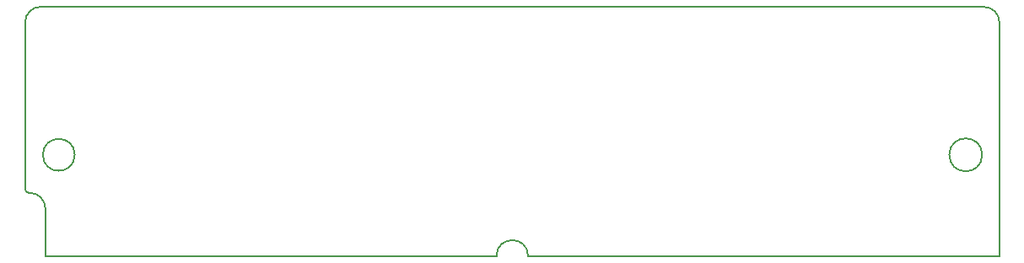
<source format=gm1>
G04 #@! TF.GenerationSoftware,KiCad,Pcbnew,(5.1.5-0-10_14)*
G04 #@! TF.CreationDate,2020-06-04T19:12:27-04:00*
G04 #@! TF.ProjectId,ROMSIMM,524f4d53-494d-44d2-9e6b-696361645f70,rev?*
G04 #@! TF.SameCoordinates,Original*
G04 #@! TF.FileFunction,Profile,NP*
%FSLAX46Y46*%
G04 Gerber Fmt 4.6, Leading zero omitted, Abs format (unit mm)*
G04 Created by KiCad (PCBNEW (5.1.5-0-10_14)) date 2020-06-04 19:12:27*
%MOMM*%
%LPD*%
G04 APERTURE LIST*
%ADD10C,0.150000*%
G04 APERTURE END LIST*
D10*
X72136000Y-121285000D02*
G75*
G02X71755000Y-120904000I0J381000D01*
G01*
X167817800Y-117475000D02*
G75*
G03X167817800Y-117475000I-1651000J0D01*
G01*
X76733200Y-117475000D02*
G75*
G03X76733200Y-117475000I-1600000J0D01*
G01*
X72136000Y-121285000D02*
X72199500Y-121285000D01*
X71755000Y-104140000D02*
G75*
G02X73279000Y-102616000I1524000J0D01*
G01*
X168021000Y-102616000D02*
G75*
G02X169545000Y-104140000I0J-1524000D01*
G01*
X73787000Y-122872500D02*
X73787000Y-127635000D01*
X73787000Y-127635000D02*
X119062500Y-127635000D01*
X122237500Y-127635000D02*
X169545000Y-127635000D01*
X169545000Y-127635000D02*
X169545000Y-104140000D01*
X71755000Y-120904000D02*
X71755000Y-104140000D01*
X72199500Y-121285000D02*
G75*
G02X73787000Y-122872500I0J-1587500D01*
G01*
X119062500Y-127635000D02*
G75*
G02X122237500Y-127635000I1587500J0D01*
G01*
X73279000Y-102616000D02*
X168021000Y-102616000D01*
M02*

</source>
